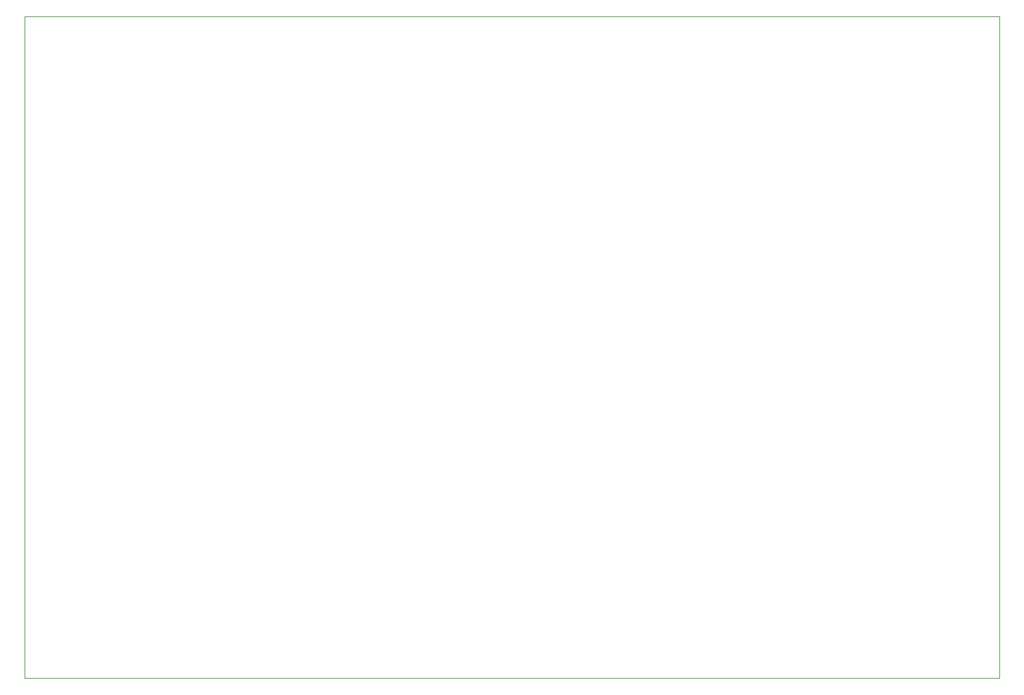
<source format=gbr>
G04 #@! TF.GenerationSoftware,KiCad,Pcbnew,(5.1.4)-1*
G04 #@! TF.CreationDate,2020-05-13T19:15:52-06:00*
G04 #@! TF.ProjectId,keyboard,6b657962-6f61-4726-942e-6b696361645f,rev?*
G04 #@! TF.SameCoordinates,Original*
G04 #@! TF.FileFunction,Profile,NP*
%FSLAX46Y46*%
G04 Gerber Fmt 4.6, Leading zero omitted, Abs format (unit mm)*
G04 Created by KiCad (PCBNEW (5.1.4)-1) date 2020-05-13 19:15:52*
%MOMM*%
%LPD*%
G04 APERTURE LIST*
%ADD10C,0.050000*%
G04 APERTURE END LIST*
D10*
X24130000Y-114300000D02*
X24130000Y-25400000D01*
X154940000Y-114300000D02*
X24130000Y-114300000D01*
X154940000Y-25400000D02*
X154940000Y-114300000D01*
X24130000Y-25400000D02*
X154940000Y-25400000D01*
M02*

</source>
